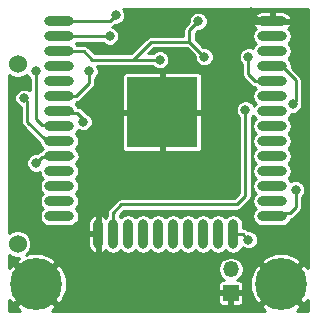
<source format=gbr>
G04 #@! TF.GenerationSoftware,KiCad,Pcbnew,no-vcs-found-33e0758~58~ubuntu16.04.1*
G04 #@! TF.CreationDate,2018-03-21T11:11:48+01:00*
G04 #@! TF.ProjectId,dropbuzzer,64726F7062757A7A65722E6B69636164,rev?*
G04 #@! TF.FileFunction,Copper,L1,Top,Signal*
G04 #@! TF.FilePolarity,Positive*
%FSLAX46Y46*%
G04 Gerber Fmt 4.6, Leading zero omitted, Abs format (unit mm)*
G04 Created by KiCad (PCBNEW no-vcs-found-33e0758~58~ubuntu16.04.1) date Wed Mar 21 11:11:48 2018*
%MOMM*%
%LPD*%
G01*
G04 APERTURE LIST*
%ADD10C,0.100000*%
%ADD11C,4.400000*%
%ADD12C,1.524000*%
%ADD13O,2.500000X0.900000*%
%ADD14O,0.900000X2.500000*%
%ADD15R,6.000000X6.000000*%
%ADD16R,1.350000X1.350000*%
%ADD17O,1.350000X1.350000*%
%ADD18C,0.800000*%
%ADD19C,0.250000*%
%ADD20C,0.254000*%
G04 APERTURE END LIST*
D10*
D11*
X103000000Y-76500000D03*
D12*
X101450000Y-73100000D03*
X101450000Y-57900000D03*
D11*
X123750000Y-76500000D03*
D13*
X123000000Y-54250000D03*
X123000000Y-55520000D03*
X123000000Y-56790000D03*
X123000000Y-58060000D03*
X123000000Y-59330000D03*
X123000000Y-60600000D03*
X123000000Y-61870000D03*
X123000000Y-63140000D03*
X123000000Y-64410000D03*
X123000000Y-65680000D03*
X123000000Y-66950000D03*
X123000000Y-68220000D03*
X123000000Y-69490000D03*
X123000000Y-70760000D03*
D14*
X119715000Y-72250000D03*
X118445000Y-72250000D03*
X117175000Y-72250000D03*
X115905000Y-72250000D03*
X114635000Y-72250000D03*
X113365000Y-72250000D03*
X112095000Y-72250000D03*
X110825000Y-72250000D03*
X109555000Y-72250000D03*
X108285000Y-72250000D03*
D13*
X105000000Y-70760000D03*
X105000000Y-69490000D03*
X105000000Y-68220000D03*
X105000000Y-66950000D03*
X105000000Y-65680000D03*
X105000000Y-64410000D03*
X105000000Y-63140000D03*
X105000000Y-61870000D03*
X105000000Y-60600000D03*
X105000000Y-59330000D03*
X105000000Y-58060000D03*
X105000000Y-56790000D03*
X105000000Y-55520000D03*
X105000000Y-54250000D03*
D15*
X113700000Y-61950000D03*
D16*
X119500000Y-77250000D03*
D17*
X119500000Y-75250000D03*
D18*
X108500000Y-70000000D03*
X121250000Y-53500000D03*
X116750000Y-54250000D03*
X113500000Y-57500000D03*
X117250000Y-57250000D03*
X109250000Y-55500000D03*
X124750000Y-61250000D03*
X121000000Y-57250000D03*
X125000000Y-68500000D03*
X120750000Y-61750000D03*
X109750000Y-53750000D03*
X107500000Y-58500000D03*
X107000000Y-62750000D03*
X103000000Y-58500000D03*
X102000000Y-60750000D03*
X103000000Y-66250000D03*
X121000000Y-72750000D03*
D19*
X108285000Y-72250000D02*
X108285000Y-70215000D01*
X108285000Y-70215000D02*
X108500000Y-70000000D01*
X123000000Y-54250000D02*
X122000000Y-54250000D01*
X122000000Y-54250000D02*
X121250000Y-53500000D01*
X123000000Y-54500000D02*
X123000000Y-54250000D01*
X116000000Y-55000000D02*
X116000000Y-56000000D01*
X116750000Y-54250000D02*
X116000000Y-55000000D01*
X116000000Y-56000000D02*
X115250000Y-56000000D01*
X115250000Y-56000000D02*
X114250000Y-56000000D01*
X114250000Y-56000000D02*
X112750000Y-56000000D01*
X113500000Y-57500000D02*
X111250000Y-57500000D01*
X111250000Y-57500000D02*
X107750000Y-57500000D01*
X112750000Y-56000000D02*
X111250000Y-57500000D01*
X107750000Y-57500000D02*
X107040000Y-56790000D01*
X107040000Y-56790000D02*
X105000000Y-56790000D01*
X117250000Y-57250000D02*
X116000000Y-56000000D01*
X105500000Y-56750000D02*
X105000000Y-56790000D01*
X105000000Y-55520000D02*
X109230000Y-55520000D01*
X109230000Y-55520000D02*
X109250000Y-55500000D01*
X106000000Y-55500000D02*
X105000000Y-55520000D01*
X105500000Y-55500000D02*
X105000000Y-55520000D01*
X123000000Y-58060000D02*
X123810000Y-58060000D01*
X123810000Y-58060000D02*
X125000000Y-59250000D01*
X125000000Y-61000000D02*
X125000000Y-59250000D01*
X124750000Y-61250000D02*
X125000000Y-61000000D01*
X123000000Y-58060000D02*
X123940000Y-58060000D01*
X123750000Y-58000000D02*
X123500000Y-58250000D01*
X123500000Y-58250000D02*
X123000000Y-58060000D01*
X123750000Y-58000000D02*
X123000000Y-58060000D01*
X123000000Y-59330000D02*
X121580000Y-59330000D01*
X121000000Y-58750000D02*
X121000000Y-57250000D01*
X121580000Y-59330000D02*
X121000000Y-58750000D01*
X123000000Y-59330000D02*
X124080000Y-59330000D01*
X123250000Y-59500000D02*
X123000000Y-59330000D01*
X125000000Y-70000000D02*
X124500000Y-70500000D01*
X125000000Y-68500000D02*
X125000000Y-70000000D01*
X124500000Y-70500000D02*
X123500000Y-70500000D01*
X123500000Y-70500000D02*
X123250000Y-70750000D01*
X123250000Y-70750000D02*
X123000000Y-70760000D01*
X109555000Y-72250000D02*
X109555000Y-70445000D01*
X109555000Y-70445000D02*
X110250000Y-69750000D01*
X110250000Y-69750000D02*
X120000000Y-69750000D01*
X120750000Y-69000000D02*
X120750000Y-61750000D01*
X120000000Y-69750000D02*
X120750000Y-69000000D01*
X105000000Y-54250000D02*
X109250000Y-54250000D01*
X109250000Y-54250000D02*
X109750000Y-53750000D01*
X105250000Y-54000000D02*
X105000000Y-54250000D01*
X105000000Y-60600000D02*
X106400000Y-60600000D01*
X107500000Y-59500000D02*
X107500000Y-58500000D01*
X106400000Y-60600000D02*
X107500000Y-59500000D01*
X105500000Y-60750000D02*
X105000000Y-60600000D01*
X106500000Y-62000000D02*
X105500000Y-62000000D01*
X105500000Y-62000000D02*
X105000000Y-61870000D01*
X105000000Y-61870000D02*
X105000000Y-62000000D01*
X104750000Y-61750000D02*
X105000000Y-61870000D01*
X107000000Y-62750000D02*
X107000000Y-62500000D01*
X107000000Y-62500000D02*
X106500000Y-62000000D01*
X103000000Y-62500000D02*
X103500000Y-63000000D01*
X103500000Y-63000000D02*
X105000000Y-63000000D01*
X105000000Y-63000000D02*
X105250000Y-63250000D01*
X105250000Y-63250000D02*
X105000000Y-63140000D01*
X105500000Y-63000000D02*
X105000000Y-63140000D01*
X103000000Y-58500000D02*
X103000000Y-62500000D01*
X103750000Y-64250000D02*
X104500000Y-64250000D01*
X102250000Y-62750000D02*
X103750000Y-64250000D01*
X102250000Y-61000000D02*
X102250000Y-62750000D01*
X102000000Y-60750000D02*
X102250000Y-61000000D01*
X104500000Y-64250000D02*
X105000000Y-64410000D01*
X104750000Y-64500000D02*
X105000000Y-64410000D01*
X104750000Y-64250000D02*
X105000000Y-64410000D01*
X103500000Y-65750000D02*
X104500000Y-65750000D01*
X103000000Y-66250000D02*
X103500000Y-65750000D01*
X104500000Y-65750000D02*
X105000000Y-65680000D01*
X105000000Y-65680000D02*
X106180000Y-65680000D01*
X105500000Y-65750000D02*
X105000000Y-65680000D01*
X120500000Y-72250000D02*
X121000000Y-72750000D01*
X119715000Y-72250000D02*
X120500000Y-72250000D01*
D20*
G36*
X126018000Y-75151710D02*
X125972620Y-75042153D01*
X125645164Y-74784441D01*
X123929605Y-76500000D01*
X125645164Y-78215559D01*
X125972620Y-77957847D01*
X126018000Y-77845592D01*
X126018000Y-78768000D01*
X125098290Y-78768000D01*
X125207847Y-78722620D01*
X125465559Y-78395164D01*
X123750000Y-76679605D01*
X122034441Y-78395164D01*
X122292153Y-78722620D01*
X122404408Y-78768000D01*
X104348290Y-78768000D01*
X104457847Y-78722620D01*
X104715559Y-78395164D01*
X103000000Y-76679605D01*
X101284441Y-78395164D01*
X101542153Y-78722620D01*
X101654408Y-78768000D01*
X100732000Y-78768000D01*
X100732000Y-77848290D01*
X100777380Y-77957847D01*
X101104836Y-78215559D01*
X102820395Y-76500000D01*
X103179605Y-76500000D01*
X104895164Y-78215559D01*
X105222620Y-77957847D01*
X105416298Y-77478750D01*
X118418000Y-77478750D01*
X118418000Y-78005958D01*
X118479962Y-78155547D01*
X118594453Y-78270038D01*
X118744043Y-78332000D01*
X119271250Y-78332000D01*
X119373000Y-78230250D01*
X119373000Y-77377000D01*
X119627000Y-77377000D01*
X119627000Y-78230250D01*
X119728750Y-78332000D01*
X120255957Y-78332000D01*
X120405547Y-78270038D01*
X120520038Y-78155547D01*
X120582000Y-78005958D01*
X120582000Y-77478750D01*
X120480250Y-77377000D01*
X119627000Y-77377000D01*
X119373000Y-77377000D01*
X118519750Y-77377000D01*
X118418000Y-77478750D01*
X105416298Y-77478750D01*
X105611327Y-76996315D01*
X105602483Y-75959224D01*
X105308713Y-75250000D01*
X118396802Y-75250000D01*
X118479164Y-75664063D01*
X118713712Y-76015090D01*
X118942559Y-76168000D01*
X118744043Y-76168000D01*
X118594453Y-76229962D01*
X118479962Y-76344453D01*
X118418000Y-76494042D01*
X118418000Y-77021250D01*
X118519750Y-77123000D01*
X119373000Y-77123000D01*
X119373000Y-77103000D01*
X119627000Y-77103000D01*
X119627000Y-77123000D01*
X120480250Y-77123000D01*
X120582000Y-77021250D01*
X120582000Y-76494042D01*
X120520038Y-76344453D01*
X120405547Y-76229962D01*
X120255957Y-76168000D01*
X120057441Y-76168000D01*
X120286288Y-76015090D01*
X120293908Y-76003685D01*
X121138673Y-76003685D01*
X121147517Y-77040776D01*
X121527380Y-77957847D01*
X121854836Y-78215559D01*
X123570395Y-76500000D01*
X121854836Y-74784441D01*
X121527380Y-75042153D01*
X121138673Y-76003685D01*
X120293908Y-76003685D01*
X120520836Y-75664063D01*
X120603198Y-75250000D01*
X120520836Y-74835937D01*
X120366420Y-74604836D01*
X122034441Y-74604836D01*
X123750000Y-76320395D01*
X125465559Y-74604836D01*
X125207847Y-74277380D01*
X124246315Y-73888673D01*
X123209224Y-73897517D01*
X122292153Y-74277380D01*
X122034441Y-74604836D01*
X120366420Y-74604836D01*
X120286288Y-74484910D01*
X119935261Y-74250362D01*
X119521198Y-74168000D01*
X119478802Y-74168000D01*
X119064739Y-74250362D01*
X118713712Y-74484910D01*
X118479164Y-74835937D01*
X118396802Y-75250000D01*
X105308713Y-75250000D01*
X105222620Y-75042153D01*
X104895164Y-74784441D01*
X103179605Y-76500000D01*
X102820395Y-76500000D01*
X101104836Y-74784441D01*
X100777380Y-75042153D01*
X100732000Y-75154408D01*
X100732000Y-74035406D01*
X100786950Y-74090452D01*
X101216451Y-74268797D01*
X101562147Y-74269098D01*
X101542153Y-74277380D01*
X101284441Y-74604836D01*
X103000000Y-76320395D01*
X104715559Y-74604836D01*
X104457847Y-74277380D01*
X103496315Y-73888673D01*
X102459224Y-73897517D01*
X102196904Y-74006174D01*
X102440452Y-73763050D01*
X102618797Y-73333549D01*
X102619202Y-72868492D01*
X102441608Y-72438680D01*
X102380036Y-72377000D01*
X107428000Y-72377000D01*
X107428000Y-73177000D01*
X107541836Y-73495292D01*
X107768812Y-73745793D01*
X108026979Y-73867236D01*
X108158000Y-73794496D01*
X108158000Y-72377000D01*
X107428000Y-72377000D01*
X102380036Y-72377000D01*
X102113050Y-72109548D01*
X101683549Y-71931203D01*
X101218492Y-71930798D01*
X100788680Y-72108392D01*
X100732000Y-72164973D01*
X100732000Y-58835406D01*
X100786950Y-58890452D01*
X101216451Y-59068797D01*
X101681508Y-59069202D01*
X102111320Y-58891608D01*
X102236854Y-58766292D01*
X102315460Y-58956532D01*
X102468000Y-59109338D01*
X102468000Y-60076550D01*
X102457726Y-60066258D01*
X102161226Y-59943140D01*
X101840182Y-59942860D01*
X101543468Y-60065460D01*
X101316258Y-60292274D01*
X101193140Y-60588774D01*
X101192860Y-60909818D01*
X101315460Y-61206532D01*
X101542274Y-61433742D01*
X101718000Y-61506710D01*
X101718000Y-62750000D01*
X101758496Y-62953588D01*
X101820519Y-63046412D01*
X101873819Y-63126181D01*
X103348502Y-64600864D01*
X103375772Y-64737960D01*
X103561546Y-65015991D01*
X103604961Y-65045000D01*
X103561546Y-65074009D01*
X103460021Y-65225952D01*
X103296412Y-65258496D01*
X103123819Y-65373819D01*
X103054591Y-65443047D01*
X102840182Y-65442860D01*
X102543468Y-65565460D01*
X102316258Y-65792274D01*
X102193140Y-66088774D01*
X102192860Y-66409818D01*
X102315460Y-66706532D01*
X102542274Y-66933742D01*
X102838774Y-67056860D01*
X103159818Y-67057140D01*
X103318783Y-66991457D01*
X103375772Y-67277960D01*
X103561546Y-67555991D01*
X103604961Y-67585000D01*
X103561546Y-67614009D01*
X103375772Y-67892040D01*
X103310537Y-68220000D01*
X103375772Y-68547960D01*
X103561546Y-68825991D01*
X103604961Y-68855000D01*
X103561546Y-68884009D01*
X103375772Y-69162040D01*
X103310537Y-69490000D01*
X103375772Y-69817960D01*
X103561546Y-70095991D01*
X103604961Y-70125000D01*
X103561546Y-70154009D01*
X103375772Y-70432040D01*
X103310537Y-70760000D01*
X103375772Y-71087960D01*
X103561546Y-71365991D01*
X103839577Y-71551765D01*
X104167537Y-71617000D01*
X105832463Y-71617000D01*
X106160423Y-71551765D01*
X106438454Y-71365991D01*
X106467179Y-71323000D01*
X107428000Y-71323000D01*
X107428000Y-72123000D01*
X108158000Y-72123000D01*
X108158000Y-70705504D01*
X108412000Y-70705504D01*
X108412000Y-72123000D01*
X108432000Y-72123000D01*
X108432000Y-72377000D01*
X108412000Y-72377000D01*
X108412000Y-73794496D01*
X108543021Y-73867236D01*
X108801188Y-73745793D01*
X108908320Y-73627558D01*
X108949009Y-73688454D01*
X109227040Y-73874228D01*
X109555000Y-73939463D01*
X109882960Y-73874228D01*
X110160991Y-73688454D01*
X110190000Y-73645039D01*
X110219009Y-73688454D01*
X110497040Y-73874228D01*
X110825000Y-73939463D01*
X111152960Y-73874228D01*
X111430991Y-73688454D01*
X111460000Y-73645039D01*
X111489009Y-73688454D01*
X111767040Y-73874228D01*
X112095000Y-73939463D01*
X112422960Y-73874228D01*
X112700991Y-73688454D01*
X112730000Y-73645039D01*
X112759009Y-73688454D01*
X113037040Y-73874228D01*
X113365000Y-73939463D01*
X113692960Y-73874228D01*
X113970991Y-73688454D01*
X114000000Y-73645039D01*
X114029009Y-73688454D01*
X114307040Y-73874228D01*
X114635000Y-73939463D01*
X114962960Y-73874228D01*
X115240991Y-73688454D01*
X115270000Y-73645039D01*
X115299009Y-73688454D01*
X115577040Y-73874228D01*
X115905000Y-73939463D01*
X116232960Y-73874228D01*
X116510991Y-73688454D01*
X116540000Y-73645039D01*
X116569009Y-73688454D01*
X116847040Y-73874228D01*
X117175000Y-73939463D01*
X117502960Y-73874228D01*
X117780991Y-73688454D01*
X117810000Y-73645039D01*
X117839009Y-73688454D01*
X118117040Y-73874228D01*
X118445000Y-73939463D01*
X118772960Y-73874228D01*
X119050991Y-73688454D01*
X119080000Y-73645039D01*
X119109009Y-73688454D01*
X119387040Y-73874228D01*
X119715000Y-73939463D01*
X120042960Y-73874228D01*
X120320991Y-73688454D01*
X120506765Y-73410423D01*
X120508797Y-73400207D01*
X120542274Y-73433742D01*
X120838774Y-73556860D01*
X121159818Y-73557140D01*
X121456532Y-73434540D01*
X121683742Y-73207726D01*
X121806860Y-72911226D01*
X121807140Y-72590182D01*
X121684540Y-72293468D01*
X121457726Y-72066258D01*
X121161226Y-71943140D01*
X120945314Y-71942952D01*
X120876181Y-71873819D01*
X120703588Y-71758496D01*
X120572000Y-71732322D01*
X120572000Y-71417537D01*
X120506765Y-71089577D01*
X120320991Y-70811546D01*
X120042960Y-70625772D01*
X119715000Y-70560537D01*
X119387040Y-70625772D01*
X119109009Y-70811546D01*
X119080000Y-70854961D01*
X119050991Y-70811546D01*
X118772960Y-70625772D01*
X118445000Y-70560537D01*
X118117040Y-70625772D01*
X117839009Y-70811546D01*
X117810000Y-70854961D01*
X117780991Y-70811546D01*
X117502960Y-70625772D01*
X117175000Y-70560537D01*
X116847040Y-70625772D01*
X116569009Y-70811546D01*
X116540000Y-70854961D01*
X116510991Y-70811546D01*
X116232960Y-70625772D01*
X115905000Y-70560537D01*
X115577040Y-70625772D01*
X115299009Y-70811546D01*
X115270000Y-70854961D01*
X115240991Y-70811546D01*
X114962960Y-70625772D01*
X114635000Y-70560537D01*
X114307040Y-70625772D01*
X114029009Y-70811546D01*
X114000000Y-70854961D01*
X113970991Y-70811546D01*
X113692960Y-70625772D01*
X113365000Y-70560537D01*
X113037040Y-70625772D01*
X112759009Y-70811546D01*
X112730000Y-70854961D01*
X112700991Y-70811546D01*
X112422960Y-70625772D01*
X112095000Y-70560537D01*
X111767040Y-70625772D01*
X111489009Y-70811546D01*
X111460000Y-70854961D01*
X111430991Y-70811546D01*
X111152960Y-70625772D01*
X110825000Y-70560537D01*
X110497040Y-70625772D01*
X110219009Y-70811546D01*
X110190000Y-70854961D01*
X110160991Y-70811546D01*
X110087000Y-70762107D01*
X110087000Y-70665362D01*
X110470362Y-70282000D01*
X120000000Y-70282000D01*
X120203588Y-70241504D01*
X120376181Y-70126181D01*
X121126181Y-69376181D01*
X121127759Y-69373819D01*
X121241504Y-69203588D01*
X121282000Y-69000000D01*
X121282000Y-62359204D01*
X121402882Y-62238533D01*
X121561546Y-62475991D01*
X121604961Y-62505000D01*
X121561546Y-62534009D01*
X121375772Y-62812040D01*
X121310537Y-63140000D01*
X121375772Y-63467960D01*
X121561546Y-63745991D01*
X121604961Y-63775000D01*
X121561546Y-63804009D01*
X121375772Y-64082040D01*
X121310537Y-64410000D01*
X121375772Y-64737960D01*
X121561546Y-65015991D01*
X121604961Y-65045000D01*
X121561546Y-65074009D01*
X121375772Y-65352040D01*
X121310537Y-65680000D01*
X121375772Y-66007960D01*
X121561546Y-66285991D01*
X121604961Y-66315000D01*
X121561546Y-66344009D01*
X121375772Y-66622040D01*
X121310537Y-66950000D01*
X121375772Y-67277960D01*
X121561546Y-67555991D01*
X121604961Y-67585000D01*
X121561546Y-67614009D01*
X121375772Y-67892040D01*
X121310537Y-68220000D01*
X121375772Y-68547960D01*
X121561546Y-68825991D01*
X121604961Y-68855000D01*
X121561546Y-68884009D01*
X121375772Y-69162040D01*
X121310537Y-69490000D01*
X121375772Y-69817960D01*
X121561546Y-70095991D01*
X121604961Y-70125000D01*
X121561546Y-70154009D01*
X121375772Y-70432040D01*
X121310537Y-70760000D01*
X121375772Y-71087960D01*
X121561546Y-71365991D01*
X121839577Y-71551765D01*
X122167537Y-71617000D01*
X123832463Y-71617000D01*
X124160423Y-71551765D01*
X124438454Y-71365991D01*
X124624228Y-71087960D01*
X124640935Y-71003966D01*
X124703588Y-70991504D01*
X124876181Y-70876181D01*
X125376181Y-70376181D01*
X125429481Y-70296412D01*
X125491504Y-70203588D01*
X125532000Y-70000000D01*
X125532000Y-69109204D01*
X125683742Y-68957726D01*
X125806860Y-68661226D01*
X125807140Y-68340182D01*
X125684540Y-68043468D01*
X125457726Y-67816258D01*
X125161226Y-67693140D01*
X124840182Y-67692860D01*
X124566657Y-67805879D01*
X124438454Y-67614009D01*
X124395039Y-67585000D01*
X124438454Y-67555991D01*
X124624228Y-67277960D01*
X124689463Y-66950000D01*
X124624228Y-66622040D01*
X124438454Y-66344009D01*
X124395039Y-66315000D01*
X124438454Y-66285991D01*
X124624228Y-66007960D01*
X124689463Y-65680000D01*
X124624228Y-65352040D01*
X124438454Y-65074009D01*
X124395039Y-65045000D01*
X124438454Y-65015991D01*
X124624228Y-64737960D01*
X124689463Y-64410000D01*
X124624228Y-64082040D01*
X124438454Y-63804009D01*
X124395039Y-63775000D01*
X124438454Y-63745991D01*
X124624228Y-63467960D01*
X124689463Y-63140000D01*
X124624228Y-62812040D01*
X124438454Y-62534009D01*
X124395039Y-62505000D01*
X124438454Y-62475991D01*
X124624228Y-62197960D01*
X124652283Y-62056915D01*
X124909818Y-62057140D01*
X125206532Y-61934540D01*
X125433742Y-61707726D01*
X125556860Y-61411226D01*
X125557140Y-61090182D01*
X125528061Y-61019805D01*
X125532000Y-61000000D01*
X125532000Y-59250000D01*
X125491504Y-59046412D01*
X125376181Y-58873819D01*
X124668376Y-58166014D01*
X124689463Y-58060000D01*
X124624228Y-57732040D01*
X124438454Y-57454009D01*
X124395039Y-57425000D01*
X124438454Y-57395991D01*
X124624228Y-57117960D01*
X124689463Y-56790000D01*
X124624228Y-56462040D01*
X124438454Y-56184009D01*
X124395039Y-56155000D01*
X124438454Y-56125991D01*
X124624228Y-55847960D01*
X124689463Y-55520000D01*
X124624228Y-55192040D01*
X124438454Y-54914009D01*
X124377558Y-54873320D01*
X124495793Y-54766188D01*
X124617236Y-54508021D01*
X124544496Y-54377000D01*
X123127000Y-54377000D01*
X123127000Y-54397000D01*
X122873000Y-54397000D01*
X122873000Y-54377000D01*
X121455504Y-54377000D01*
X121382764Y-54508021D01*
X121504207Y-54766188D01*
X121622442Y-54873320D01*
X121561546Y-54914009D01*
X121375772Y-55192040D01*
X121310537Y-55520000D01*
X121375772Y-55847960D01*
X121561546Y-56125991D01*
X121604961Y-56155000D01*
X121561546Y-56184009D01*
X121375772Y-56462040D01*
X121362876Y-56526873D01*
X121161226Y-56443140D01*
X120840182Y-56442860D01*
X120543468Y-56565460D01*
X120316258Y-56792274D01*
X120193140Y-57088774D01*
X120192860Y-57409818D01*
X120315460Y-57706532D01*
X120468000Y-57859338D01*
X120468000Y-58750000D01*
X120508496Y-58953588D01*
X120585476Y-59068797D01*
X120623819Y-59126181D01*
X121203819Y-59706181D01*
X121376412Y-59821504D01*
X121501700Y-59846425D01*
X121561546Y-59935991D01*
X121604961Y-59965000D01*
X121561546Y-59994009D01*
X121375772Y-60272040D01*
X121310537Y-60600000D01*
X121375772Y-60927960D01*
X121561546Y-61205991D01*
X121604961Y-61235000D01*
X121561546Y-61264009D01*
X121475548Y-61392714D01*
X121434540Y-61293468D01*
X121207726Y-61066258D01*
X120911226Y-60943140D01*
X120590182Y-60942860D01*
X120293468Y-61065460D01*
X120066258Y-61292274D01*
X119943140Y-61588774D01*
X119942860Y-61909818D01*
X120065460Y-62206532D01*
X120218000Y-62359338D01*
X120218000Y-68779638D01*
X119779638Y-69218000D01*
X110250000Y-69218000D01*
X110046412Y-69258496D01*
X109873819Y-69373819D01*
X109178819Y-70068819D01*
X109063496Y-70241412D01*
X109023000Y-70445000D01*
X109023000Y-70762107D01*
X108949009Y-70811546D01*
X108908320Y-70872442D01*
X108801188Y-70754207D01*
X108543021Y-70632764D01*
X108412000Y-70705504D01*
X108158000Y-70705504D01*
X108026979Y-70632764D01*
X107768812Y-70754207D01*
X107541836Y-71004708D01*
X107428000Y-71323000D01*
X106467179Y-71323000D01*
X106624228Y-71087960D01*
X106689463Y-70760000D01*
X106624228Y-70432040D01*
X106438454Y-70154009D01*
X106395039Y-70125000D01*
X106438454Y-70095991D01*
X106624228Y-69817960D01*
X106689463Y-69490000D01*
X106624228Y-69162040D01*
X106438454Y-68884009D01*
X106395039Y-68855000D01*
X106438454Y-68825991D01*
X106624228Y-68547960D01*
X106689463Y-68220000D01*
X106624228Y-67892040D01*
X106438454Y-67614009D01*
X106395039Y-67585000D01*
X106438454Y-67555991D01*
X106624228Y-67277960D01*
X106689463Y-66950000D01*
X106624228Y-66622040D01*
X106438454Y-66344009D01*
X106395039Y-66315000D01*
X106438454Y-66285991D01*
X106624228Y-66007960D01*
X106639414Y-65931614D01*
X106671504Y-65883588D01*
X106712000Y-65680000D01*
X106671504Y-65476412D01*
X106639414Y-65428386D01*
X106624228Y-65352040D01*
X106438454Y-65074009D01*
X106395039Y-65045000D01*
X106438454Y-65015991D01*
X106624228Y-64737960D01*
X106689463Y-64410000D01*
X106624228Y-64082040D01*
X106438454Y-63804009D01*
X106395039Y-63775000D01*
X106438454Y-63745991D01*
X106624228Y-63467960D01*
X106624262Y-63467787D01*
X106838774Y-63556860D01*
X107159818Y-63557140D01*
X107456532Y-63434540D01*
X107683742Y-63207726D01*
X107806860Y-62911226D01*
X107807140Y-62590182D01*
X107684540Y-62293468D01*
X107570022Y-62178750D01*
X110293000Y-62178750D01*
X110293000Y-65030958D01*
X110354962Y-65180547D01*
X110469453Y-65295038D01*
X110619043Y-65357000D01*
X113471250Y-65357000D01*
X113573000Y-65255250D01*
X113573000Y-62077000D01*
X113827000Y-62077000D01*
X113827000Y-65255250D01*
X113928750Y-65357000D01*
X116780957Y-65357000D01*
X116930547Y-65295038D01*
X117045038Y-65180547D01*
X117107000Y-65030958D01*
X117107000Y-62178750D01*
X117005250Y-62077000D01*
X113827000Y-62077000D01*
X113573000Y-62077000D01*
X110394750Y-62077000D01*
X110293000Y-62178750D01*
X107570022Y-62178750D01*
X107457726Y-62066258D01*
X107219841Y-61967479D01*
X106876181Y-61623819D01*
X106703588Y-61508496D01*
X106586215Y-61485149D01*
X106438454Y-61264009D01*
X106395039Y-61235000D01*
X106438454Y-61205991D01*
X106501365Y-61111837D01*
X106603588Y-61091504D01*
X106776181Y-60976181D01*
X107876181Y-59876181D01*
X107927652Y-59799149D01*
X107991504Y-59703588D01*
X108032000Y-59500000D01*
X108032000Y-59109204D01*
X108183742Y-58957726D01*
X108220566Y-58869042D01*
X110293000Y-58869042D01*
X110293000Y-61721250D01*
X110394750Y-61823000D01*
X113573000Y-61823000D01*
X113573000Y-58644750D01*
X113827000Y-58644750D01*
X113827000Y-61823000D01*
X117005250Y-61823000D01*
X117107000Y-61721250D01*
X117107000Y-58869042D01*
X117045038Y-58719453D01*
X116930547Y-58604962D01*
X116780957Y-58543000D01*
X113928750Y-58543000D01*
X113827000Y-58644750D01*
X113573000Y-58644750D01*
X113471250Y-58543000D01*
X110619043Y-58543000D01*
X110469453Y-58604962D01*
X110354962Y-58719453D01*
X110293000Y-58869042D01*
X108220566Y-58869042D01*
X108306860Y-58661226D01*
X108307140Y-58340182D01*
X108184540Y-58043468D01*
X108173092Y-58032000D01*
X112890796Y-58032000D01*
X113042274Y-58183742D01*
X113338774Y-58306860D01*
X113659818Y-58307140D01*
X113956532Y-58184540D01*
X114183742Y-57957726D01*
X114306860Y-57661226D01*
X114307140Y-57340182D01*
X114184540Y-57043468D01*
X113957726Y-56816258D01*
X113661226Y-56693140D01*
X113340182Y-56692860D01*
X113043468Y-56815460D01*
X112890662Y-56968000D01*
X112534362Y-56968000D01*
X112970362Y-56532000D01*
X115779638Y-56532000D01*
X116443047Y-57195409D01*
X116442860Y-57409818D01*
X116565460Y-57706532D01*
X116792274Y-57933742D01*
X117088774Y-58056860D01*
X117409818Y-58057140D01*
X117706532Y-57934540D01*
X117933742Y-57707726D01*
X118056860Y-57411226D01*
X118057140Y-57090182D01*
X117934540Y-56793468D01*
X117707726Y-56566258D01*
X117411226Y-56443140D01*
X117195314Y-56442952D01*
X116532000Y-55779638D01*
X116532000Y-55220362D01*
X116695409Y-55056953D01*
X116909818Y-55057140D01*
X117206532Y-54934540D01*
X117433742Y-54707726D01*
X117556860Y-54411226D01*
X117557140Y-54090182D01*
X117516564Y-53991979D01*
X121382764Y-53991979D01*
X121455504Y-54123000D01*
X122873000Y-54123000D01*
X122873000Y-53393000D01*
X123127000Y-53393000D01*
X123127000Y-54123000D01*
X124544496Y-54123000D01*
X124617236Y-53991979D01*
X124495793Y-53733812D01*
X124245292Y-53506836D01*
X123927000Y-53393000D01*
X123127000Y-53393000D01*
X122873000Y-53393000D01*
X122073000Y-53393000D01*
X121754708Y-53506836D01*
X121504207Y-53733812D01*
X121382764Y-53991979D01*
X117516564Y-53991979D01*
X117434540Y-53793468D01*
X117207726Y-53566258D01*
X116911226Y-53443140D01*
X116590182Y-53442860D01*
X116293468Y-53565460D01*
X116066258Y-53792274D01*
X115943140Y-54088774D01*
X115942952Y-54304686D01*
X115623819Y-54623819D01*
X115508496Y-54796412D01*
X115468000Y-55000000D01*
X115468000Y-55468000D01*
X112750000Y-55468000D01*
X112546412Y-55508496D01*
X112373819Y-55623819D01*
X111029638Y-56968000D01*
X107970362Y-56968000D01*
X107416181Y-56413819D01*
X107361077Y-56377000D01*
X107243588Y-56298496D01*
X107040000Y-56258000D01*
X106487893Y-56258000D01*
X106438454Y-56184009D01*
X106395039Y-56155000D01*
X106438454Y-56125991D01*
X106487893Y-56052000D01*
X108660762Y-56052000D01*
X108792274Y-56183742D01*
X109088774Y-56306860D01*
X109409818Y-56307140D01*
X109706532Y-56184540D01*
X109933742Y-55957726D01*
X110056860Y-55661226D01*
X110057140Y-55340182D01*
X109934540Y-55043468D01*
X109707726Y-54816258D01*
X109481992Y-54722525D01*
X109626181Y-54626181D01*
X109695409Y-54556953D01*
X109909818Y-54557140D01*
X110206532Y-54434540D01*
X110433742Y-54207726D01*
X110556860Y-53911226D01*
X110557140Y-53590182D01*
X110434540Y-53293468D01*
X110373179Y-53232000D01*
X126018000Y-53232000D01*
X126018000Y-75151710D01*
X126018000Y-75151710D01*
G37*
X126018000Y-75151710D02*
X125972620Y-75042153D01*
X125645164Y-74784441D01*
X123929605Y-76500000D01*
X125645164Y-78215559D01*
X125972620Y-77957847D01*
X126018000Y-77845592D01*
X126018000Y-78768000D01*
X125098290Y-78768000D01*
X125207847Y-78722620D01*
X125465559Y-78395164D01*
X123750000Y-76679605D01*
X122034441Y-78395164D01*
X122292153Y-78722620D01*
X122404408Y-78768000D01*
X104348290Y-78768000D01*
X104457847Y-78722620D01*
X104715559Y-78395164D01*
X103000000Y-76679605D01*
X101284441Y-78395164D01*
X101542153Y-78722620D01*
X101654408Y-78768000D01*
X100732000Y-78768000D01*
X100732000Y-77848290D01*
X100777380Y-77957847D01*
X101104836Y-78215559D01*
X102820395Y-76500000D01*
X103179605Y-76500000D01*
X104895164Y-78215559D01*
X105222620Y-77957847D01*
X105416298Y-77478750D01*
X118418000Y-77478750D01*
X118418000Y-78005958D01*
X118479962Y-78155547D01*
X118594453Y-78270038D01*
X118744043Y-78332000D01*
X119271250Y-78332000D01*
X119373000Y-78230250D01*
X119373000Y-77377000D01*
X119627000Y-77377000D01*
X119627000Y-78230250D01*
X119728750Y-78332000D01*
X120255957Y-78332000D01*
X120405547Y-78270038D01*
X120520038Y-78155547D01*
X120582000Y-78005958D01*
X120582000Y-77478750D01*
X120480250Y-77377000D01*
X119627000Y-77377000D01*
X119373000Y-77377000D01*
X118519750Y-77377000D01*
X118418000Y-77478750D01*
X105416298Y-77478750D01*
X105611327Y-76996315D01*
X105602483Y-75959224D01*
X105308713Y-75250000D01*
X118396802Y-75250000D01*
X118479164Y-75664063D01*
X118713712Y-76015090D01*
X118942559Y-76168000D01*
X118744043Y-76168000D01*
X118594453Y-76229962D01*
X118479962Y-76344453D01*
X118418000Y-76494042D01*
X118418000Y-77021250D01*
X118519750Y-77123000D01*
X119373000Y-77123000D01*
X119373000Y-77103000D01*
X119627000Y-77103000D01*
X119627000Y-77123000D01*
X120480250Y-77123000D01*
X120582000Y-77021250D01*
X120582000Y-76494042D01*
X120520038Y-76344453D01*
X120405547Y-76229962D01*
X120255957Y-76168000D01*
X120057441Y-76168000D01*
X120286288Y-76015090D01*
X120293908Y-76003685D01*
X121138673Y-76003685D01*
X121147517Y-77040776D01*
X121527380Y-77957847D01*
X121854836Y-78215559D01*
X123570395Y-76500000D01*
X121854836Y-74784441D01*
X121527380Y-75042153D01*
X121138673Y-76003685D01*
X120293908Y-76003685D01*
X120520836Y-75664063D01*
X120603198Y-75250000D01*
X120520836Y-74835937D01*
X120366420Y-74604836D01*
X122034441Y-74604836D01*
X123750000Y-76320395D01*
X125465559Y-74604836D01*
X125207847Y-74277380D01*
X124246315Y-73888673D01*
X123209224Y-73897517D01*
X122292153Y-74277380D01*
X122034441Y-74604836D01*
X120366420Y-74604836D01*
X120286288Y-74484910D01*
X119935261Y-74250362D01*
X119521198Y-74168000D01*
X119478802Y-74168000D01*
X119064739Y-74250362D01*
X118713712Y-74484910D01*
X118479164Y-74835937D01*
X118396802Y-75250000D01*
X105308713Y-75250000D01*
X105222620Y-75042153D01*
X104895164Y-74784441D01*
X103179605Y-76500000D01*
X102820395Y-76500000D01*
X101104836Y-74784441D01*
X100777380Y-75042153D01*
X100732000Y-75154408D01*
X100732000Y-74035406D01*
X100786950Y-74090452D01*
X101216451Y-74268797D01*
X101562147Y-74269098D01*
X101542153Y-74277380D01*
X101284441Y-74604836D01*
X103000000Y-76320395D01*
X104715559Y-74604836D01*
X104457847Y-74277380D01*
X103496315Y-73888673D01*
X102459224Y-73897517D01*
X102196904Y-74006174D01*
X102440452Y-73763050D01*
X102618797Y-73333549D01*
X102619202Y-72868492D01*
X102441608Y-72438680D01*
X102380036Y-72377000D01*
X107428000Y-72377000D01*
X107428000Y-73177000D01*
X107541836Y-73495292D01*
X107768812Y-73745793D01*
X108026979Y-73867236D01*
X108158000Y-73794496D01*
X108158000Y-72377000D01*
X107428000Y-72377000D01*
X102380036Y-72377000D01*
X102113050Y-72109548D01*
X101683549Y-71931203D01*
X101218492Y-71930798D01*
X100788680Y-72108392D01*
X100732000Y-72164973D01*
X100732000Y-58835406D01*
X100786950Y-58890452D01*
X101216451Y-59068797D01*
X101681508Y-59069202D01*
X102111320Y-58891608D01*
X102236854Y-58766292D01*
X102315460Y-58956532D01*
X102468000Y-59109338D01*
X102468000Y-60076550D01*
X102457726Y-60066258D01*
X102161226Y-59943140D01*
X101840182Y-59942860D01*
X101543468Y-60065460D01*
X101316258Y-60292274D01*
X101193140Y-60588774D01*
X101192860Y-60909818D01*
X101315460Y-61206532D01*
X101542274Y-61433742D01*
X101718000Y-61506710D01*
X101718000Y-62750000D01*
X101758496Y-62953588D01*
X101820519Y-63046412D01*
X101873819Y-63126181D01*
X103348502Y-64600864D01*
X103375772Y-64737960D01*
X103561546Y-65015991D01*
X103604961Y-65045000D01*
X103561546Y-65074009D01*
X103460021Y-65225952D01*
X103296412Y-65258496D01*
X103123819Y-65373819D01*
X103054591Y-65443047D01*
X102840182Y-65442860D01*
X102543468Y-65565460D01*
X102316258Y-65792274D01*
X102193140Y-66088774D01*
X102192860Y-66409818D01*
X102315460Y-66706532D01*
X102542274Y-66933742D01*
X102838774Y-67056860D01*
X103159818Y-67057140D01*
X103318783Y-66991457D01*
X103375772Y-67277960D01*
X103561546Y-67555991D01*
X103604961Y-67585000D01*
X103561546Y-67614009D01*
X103375772Y-67892040D01*
X103310537Y-68220000D01*
X103375772Y-68547960D01*
X103561546Y-68825991D01*
X103604961Y-68855000D01*
X103561546Y-68884009D01*
X103375772Y-69162040D01*
X103310537Y-69490000D01*
X103375772Y-69817960D01*
X103561546Y-70095991D01*
X103604961Y-70125000D01*
X103561546Y-70154009D01*
X103375772Y-70432040D01*
X103310537Y-70760000D01*
X103375772Y-71087960D01*
X103561546Y-71365991D01*
X103839577Y-71551765D01*
X104167537Y-71617000D01*
X105832463Y-71617000D01*
X106160423Y-71551765D01*
X106438454Y-71365991D01*
X106467179Y-71323000D01*
X107428000Y-71323000D01*
X107428000Y-72123000D01*
X108158000Y-72123000D01*
X108158000Y-70705504D01*
X108412000Y-70705504D01*
X108412000Y-72123000D01*
X108432000Y-72123000D01*
X108432000Y-72377000D01*
X108412000Y-72377000D01*
X108412000Y-73794496D01*
X108543021Y-73867236D01*
X108801188Y-73745793D01*
X108908320Y-73627558D01*
X108949009Y-73688454D01*
X109227040Y-73874228D01*
X109555000Y-73939463D01*
X109882960Y-73874228D01*
X110160991Y-73688454D01*
X110190000Y-73645039D01*
X110219009Y-73688454D01*
X110497040Y-73874228D01*
X110825000Y-73939463D01*
X111152960Y-73874228D01*
X111430991Y-73688454D01*
X111460000Y-73645039D01*
X111489009Y-73688454D01*
X111767040Y-73874228D01*
X112095000Y-73939463D01*
X112422960Y-73874228D01*
X112700991Y-73688454D01*
X112730000Y-73645039D01*
X112759009Y-73688454D01*
X113037040Y-73874228D01*
X113365000Y-73939463D01*
X113692960Y-73874228D01*
X113970991Y-73688454D01*
X114000000Y-73645039D01*
X114029009Y-73688454D01*
X114307040Y-73874228D01*
X114635000Y-73939463D01*
X114962960Y-73874228D01*
X115240991Y-73688454D01*
X115270000Y-73645039D01*
X115299009Y-73688454D01*
X115577040Y-73874228D01*
X115905000Y-73939463D01*
X116232960Y-73874228D01*
X116510991Y-73688454D01*
X116540000Y-73645039D01*
X116569009Y-73688454D01*
X116847040Y-73874228D01*
X117175000Y-73939463D01*
X117502960Y-73874228D01*
X117780991Y-73688454D01*
X117810000Y-73645039D01*
X117839009Y-73688454D01*
X118117040Y-73874228D01*
X118445000Y-73939463D01*
X118772960Y-73874228D01*
X119050991Y-73688454D01*
X119080000Y-73645039D01*
X119109009Y-73688454D01*
X119387040Y-73874228D01*
X119715000Y-73939463D01*
X120042960Y-73874228D01*
X120320991Y-73688454D01*
X120506765Y-73410423D01*
X120508797Y-73400207D01*
X120542274Y-73433742D01*
X120838774Y-73556860D01*
X121159818Y-73557140D01*
X121456532Y-73434540D01*
X121683742Y-73207726D01*
X121806860Y-72911226D01*
X121807140Y-72590182D01*
X121684540Y-72293468D01*
X121457726Y-72066258D01*
X121161226Y-71943140D01*
X120945314Y-71942952D01*
X120876181Y-71873819D01*
X120703588Y-71758496D01*
X120572000Y-71732322D01*
X120572000Y-71417537D01*
X120506765Y-71089577D01*
X120320991Y-70811546D01*
X120042960Y-70625772D01*
X119715000Y-70560537D01*
X119387040Y-70625772D01*
X119109009Y-70811546D01*
X119080000Y-70854961D01*
X119050991Y-70811546D01*
X118772960Y-70625772D01*
X118445000Y-70560537D01*
X118117040Y-70625772D01*
X117839009Y-70811546D01*
X117810000Y-70854961D01*
X117780991Y-70811546D01*
X117502960Y-70625772D01*
X117175000Y-70560537D01*
X116847040Y-70625772D01*
X116569009Y-70811546D01*
X116540000Y-70854961D01*
X116510991Y-70811546D01*
X116232960Y-70625772D01*
X115905000Y-70560537D01*
X115577040Y-70625772D01*
X115299009Y-70811546D01*
X115270000Y-70854961D01*
X115240991Y-70811546D01*
X114962960Y-70625772D01*
X114635000Y-70560537D01*
X114307040Y-70625772D01*
X114029009Y-70811546D01*
X114000000Y-70854961D01*
X113970991Y-70811546D01*
X113692960Y-70625772D01*
X113365000Y-70560537D01*
X113037040Y-70625772D01*
X112759009Y-70811546D01*
X112730000Y-70854961D01*
X112700991Y-70811546D01*
X112422960Y-70625772D01*
X112095000Y-70560537D01*
X111767040Y-70625772D01*
X111489009Y-70811546D01*
X111460000Y-70854961D01*
X111430991Y-70811546D01*
X111152960Y-70625772D01*
X110825000Y-70560537D01*
X110497040Y-70625772D01*
X110219009Y-70811546D01*
X110190000Y-70854961D01*
X110160991Y-70811546D01*
X110087000Y-70762107D01*
X110087000Y-70665362D01*
X110470362Y-70282000D01*
X120000000Y-70282000D01*
X120203588Y-70241504D01*
X120376181Y-70126181D01*
X121126181Y-69376181D01*
X121127759Y-69373819D01*
X121241504Y-69203588D01*
X121282000Y-69000000D01*
X121282000Y-62359204D01*
X121402882Y-62238533D01*
X121561546Y-62475991D01*
X121604961Y-62505000D01*
X121561546Y-62534009D01*
X121375772Y-62812040D01*
X121310537Y-63140000D01*
X121375772Y-63467960D01*
X121561546Y-63745991D01*
X121604961Y-63775000D01*
X121561546Y-63804009D01*
X121375772Y-64082040D01*
X121310537Y-64410000D01*
X121375772Y-64737960D01*
X121561546Y-65015991D01*
X121604961Y-65045000D01*
X121561546Y-65074009D01*
X121375772Y-65352040D01*
X121310537Y-65680000D01*
X121375772Y-66007960D01*
X121561546Y-66285991D01*
X121604961Y-66315000D01*
X121561546Y-66344009D01*
X121375772Y-66622040D01*
X121310537Y-66950000D01*
X121375772Y-67277960D01*
X121561546Y-67555991D01*
X121604961Y-67585000D01*
X121561546Y-67614009D01*
X121375772Y-67892040D01*
X121310537Y-68220000D01*
X121375772Y-68547960D01*
X121561546Y-68825991D01*
X121604961Y-68855000D01*
X121561546Y-68884009D01*
X121375772Y-69162040D01*
X121310537Y-69490000D01*
X121375772Y-69817960D01*
X121561546Y-70095991D01*
X121604961Y-70125000D01*
X121561546Y-70154009D01*
X121375772Y-70432040D01*
X121310537Y-70760000D01*
X121375772Y-71087960D01*
X121561546Y-71365991D01*
X121839577Y-71551765D01*
X122167537Y-71617000D01*
X123832463Y-71617000D01*
X124160423Y-71551765D01*
X124438454Y-71365991D01*
X124624228Y-71087960D01*
X124640935Y-71003966D01*
X124703588Y-70991504D01*
X124876181Y-70876181D01*
X125376181Y-70376181D01*
X125429481Y-70296412D01*
X125491504Y-70203588D01*
X125532000Y-70000000D01*
X125532000Y-69109204D01*
X125683742Y-68957726D01*
X125806860Y-68661226D01*
X125807140Y-68340182D01*
X125684540Y-68043468D01*
X125457726Y-67816258D01*
X125161226Y-67693140D01*
X124840182Y-67692860D01*
X124566657Y-67805879D01*
X124438454Y-67614009D01*
X124395039Y-67585000D01*
X124438454Y-67555991D01*
X124624228Y-67277960D01*
X124689463Y-66950000D01*
X124624228Y-66622040D01*
X124438454Y-66344009D01*
X124395039Y-66315000D01*
X124438454Y-66285991D01*
X124624228Y-66007960D01*
X124689463Y-65680000D01*
X124624228Y-65352040D01*
X124438454Y-65074009D01*
X124395039Y-65045000D01*
X124438454Y-65015991D01*
X124624228Y-64737960D01*
X124689463Y-64410000D01*
X124624228Y-64082040D01*
X124438454Y-63804009D01*
X124395039Y-63775000D01*
X124438454Y-63745991D01*
X124624228Y-63467960D01*
X124689463Y-63140000D01*
X124624228Y-62812040D01*
X124438454Y-62534009D01*
X124395039Y-62505000D01*
X124438454Y-62475991D01*
X124624228Y-62197960D01*
X124652283Y-62056915D01*
X124909818Y-62057140D01*
X125206532Y-61934540D01*
X125433742Y-61707726D01*
X125556860Y-61411226D01*
X125557140Y-61090182D01*
X125528061Y-61019805D01*
X125532000Y-61000000D01*
X125532000Y-59250000D01*
X125491504Y-59046412D01*
X125376181Y-58873819D01*
X124668376Y-58166014D01*
X124689463Y-58060000D01*
X124624228Y-57732040D01*
X124438454Y-57454009D01*
X124395039Y-57425000D01*
X124438454Y-57395991D01*
X124624228Y-57117960D01*
X124689463Y-56790000D01*
X124624228Y-56462040D01*
X124438454Y-56184009D01*
X124395039Y-56155000D01*
X124438454Y-56125991D01*
X124624228Y-55847960D01*
X124689463Y-55520000D01*
X124624228Y-55192040D01*
X124438454Y-54914009D01*
X124377558Y-54873320D01*
X124495793Y-54766188D01*
X124617236Y-54508021D01*
X124544496Y-54377000D01*
X123127000Y-54377000D01*
X123127000Y-54397000D01*
X122873000Y-54397000D01*
X122873000Y-54377000D01*
X121455504Y-54377000D01*
X121382764Y-54508021D01*
X121504207Y-54766188D01*
X121622442Y-54873320D01*
X121561546Y-54914009D01*
X121375772Y-55192040D01*
X121310537Y-55520000D01*
X121375772Y-55847960D01*
X121561546Y-56125991D01*
X121604961Y-56155000D01*
X121561546Y-56184009D01*
X121375772Y-56462040D01*
X121362876Y-56526873D01*
X121161226Y-56443140D01*
X120840182Y-56442860D01*
X120543468Y-56565460D01*
X120316258Y-56792274D01*
X120193140Y-57088774D01*
X120192860Y-57409818D01*
X120315460Y-57706532D01*
X120468000Y-57859338D01*
X120468000Y-58750000D01*
X120508496Y-58953588D01*
X120585476Y-59068797D01*
X120623819Y-59126181D01*
X121203819Y-59706181D01*
X121376412Y-59821504D01*
X121501700Y-59846425D01*
X121561546Y-59935991D01*
X121604961Y-59965000D01*
X121561546Y-59994009D01*
X121375772Y-60272040D01*
X121310537Y-60600000D01*
X121375772Y-60927960D01*
X121561546Y-61205991D01*
X121604961Y-61235000D01*
X121561546Y-61264009D01*
X121475548Y-61392714D01*
X121434540Y-61293468D01*
X121207726Y-61066258D01*
X120911226Y-60943140D01*
X120590182Y-60942860D01*
X120293468Y-61065460D01*
X120066258Y-61292274D01*
X119943140Y-61588774D01*
X119942860Y-61909818D01*
X120065460Y-62206532D01*
X120218000Y-62359338D01*
X120218000Y-68779638D01*
X119779638Y-69218000D01*
X110250000Y-69218000D01*
X110046412Y-69258496D01*
X109873819Y-69373819D01*
X109178819Y-70068819D01*
X109063496Y-70241412D01*
X109023000Y-70445000D01*
X109023000Y-70762107D01*
X108949009Y-70811546D01*
X108908320Y-70872442D01*
X108801188Y-70754207D01*
X108543021Y-70632764D01*
X108412000Y-70705504D01*
X108158000Y-70705504D01*
X108026979Y-70632764D01*
X107768812Y-70754207D01*
X107541836Y-71004708D01*
X107428000Y-71323000D01*
X106467179Y-71323000D01*
X106624228Y-71087960D01*
X106689463Y-70760000D01*
X106624228Y-70432040D01*
X106438454Y-70154009D01*
X106395039Y-70125000D01*
X106438454Y-70095991D01*
X106624228Y-69817960D01*
X106689463Y-69490000D01*
X106624228Y-69162040D01*
X106438454Y-68884009D01*
X106395039Y-68855000D01*
X106438454Y-68825991D01*
X106624228Y-68547960D01*
X106689463Y-68220000D01*
X106624228Y-67892040D01*
X106438454Y-67614009D01*
X106395039Y-67585000D01*
X106438454Y-67555991D01*
X106624228Y-67277960D01*
X106689463Y-66950000D01*
X106624228Y-66622040D01*
X106438454Y-66344009D01*
X106395039Y-66315000D01*
X106438454Y-66285991D01*
X106624228Y-66007960D01*
X106639414Y-65931614D01*
X106671504Y-65883588D01*
X106712000Y-65680000D01*
X106671504Y-65476412D01*
X106639414Y-65428386D01*
X106624228Y-65352040D01*
X106438454Y-65074009D01*
X106395039Y-65045000D01*
X106438454Y-65015991D01*
X106624228Y-64737960D01*
X106689463Y-64410000D01*
X106624228Y-64082040D01*
X106438454Y-63804009D01*
X106395039Y-63775000D01*
X106438454Y-63745991D01*
X106624228Y-63467960D01*
X106624262Y-63467787D01*
X106838774Y-63556860D01*
X107159818Y-63557140D01*
X107456532Y-63434540D01*
X107683742Y-63207726D01*
X107806860Y-62911226D01*
X107807140Y-62590182D01*
X107684540Y-62293468D01*
X107570022Y-62178750D01*
X110293000Y-62178750D01*
X110293000Y-65030958D01*
X110354962Y-65180547D01*
X110469453Y-65295038D01*
X110619043Y-65357000D01*
X113471250Y-65357000D01*
X113573000Y-65255250D01*
X113573000Y-62077000D01*
X113827000Y-62077000D01*
X113827000Y-65255250D01*
X113928750Y-65357000D01*
X116780957Y-65357000D01*
X116930547Y-65295038D01*
X117045038Y-65180547D01*
X117107000Y-65030958D01*
X117107000Y-62178750D01*
X117005250Y-62077000D01*
X113827000Y-62077000D01*
X113573000Y-62077000D01*
X110394750Y-62077000D01*
X110293000Y-62178750D01*
X107570022Y-62178750D01*
X107457726Y-62066258D01*
X107219841Y-61967479D01*
X106876181Y-61623819D01*
X106703588Y-61508496D01*
X106586215Y-61485149D01*
X106438454Y-61264009D01*
X106395039Y-61235000D01*
X106438454Y-61205991D01*
X106501365Y-61111837D01*
X106603588Y-61091504D01*
X106776181Y-60976181D01*
X107876181Y-59876181D01*
X107927652Y-59799149D01*
X107991504Y-59703588D01*
X108032000Y-59500000D01*
X108032000Y-59109204D01*
X108183742Y-58957726D01*
X108220566Y-58869042D01*
X110293000Y-58869042D01*
X110293000Y-61721250D01*
X110394750Y-61823000D01*
X113573000Y-61823000D01*
X113573000Y-58644750D01*
X113827000Y-58644750D01*
X113827000Y-61823000D01*
X117005250Y-61823000D01*
X117107000Y-61721250D01*
X117107000Y-58869042D01*
X117045038Y-58719453D01*
X116930547Y-58604962D01*
X116780957Y-58543000D01*
X113928750Y-58543000D01*
X113827000Y-58644750D01*
X113573000Y-58644750D01*
X113471250Y-58543000D01*
X110619043Y-58543000D01*
X110469453Y-58604962D01*
X110354962Y-58719453D01*
X110293000Y-58869042D01*
X108220566Y-58869042D01*
X108306860Y-58661226D01*
X108307140Y-58340182D01*
X108184540Y-58043468D01*
X108173092Y-58032000D01*
X112890796Y-58032000D01*
X113042274Y-58183742D01*
X113338774Y-58306860D01*
X113659818Y-58307140D01*
X113956532Y-58184540D01*
X114183742Y-57957726D01*
X114306860Y-57661226D01*
X114307140Y-57340182D01*
X114184540Y-57043468D01*
X113957726Y-56816258D01*
X113661226Y-56693140D01*
X113340182Y-56692860D01*
X113043468Y-56815460D01*
X112890662Y-56968000D01*
X112534362Y-56968000D01*
X112970362Y-56532000D01*
X115779638Y-56532000D01*
X116443047Y-57195409D01*
X116442860Y-57409818D01*
X116565460Y-57706532D01*
X116792274Y-57933742D01*
X117088774Y-58056860D01*
X117409818Y-58057140D01*
X117706532Y-57934540D01*
X117933742Y-57707726D01*
X118056860Y-57411226D01*
X118057140Y-57090182D01*
X117934540Y-56793468D01*
X117707726Y-56566258D01*
X117411226Y-56443140D01*
X117195314Y-56442952D01*
X116532000Y-55779638D01*
X116532000Y-55220362D01*
X116695409Y-55056953D01*
X116909818Y-55057140D01*
X117206532Y-54934540D01*
X117433742Y-54707726D01*
X117556860Y-54411226D01*
X117557140Y-54090182D01*
X117516564Y-53991979D01*
X121382764Y-53991979D01*
X121455504Y-54123000D01*
X122873000Y-54123000D01*
X122873000Y-53393000D01*
X123127000Y-53393000D01*
X123127000Y-54123000D01*
X124544496Y-54123000D01*
X124617236Y-53991979D01*
X124495793Y-53733812D01*
X124245292Y-53506836D01*
X123927000Y-53393000D01*
X123127000Y-53393000D01*
X122873000Y-53393000D01*
X122073000Y-53393000D01*
X121754708Y-53506836D01*
X121504207Y-53733812D01*
X121382764Y-53991979D01*
X117516564Y-53991979D01*
X117434540Y-53793468D01*
X117207726Y-53566258D01*
X116911226Y-53443140D01*
X116590182Y-53442860D01*
X116293468Y-53565460D01*
X116066258Y-53792274D01*
X115943140Y-54088774D01*
X115942952Y-54304686D01*
X115623819Y-54623819D01*
X115508496Y-54796412D01*
X115468000Y-55000000D01*
X115468000Y-55468000D01*
X112750000Y-55468000D01*
X112546412Y-55508496D01*
X112373819Y-55623819D01*
X111029638Y-56968000D01*
X107970362Y-56968000D01*
X107416181Y-56413819D01*
X107361077Y-56377000D01*
X107243588Y-56298496D01*
X107040000Y-56258000D01*
X106487893Y-56258000D01*
X106438454Y-56184009D01*
X106395039Y-56155000D01*
X106438454Y-56125991D01*
X106487893Y-56052000D01*
X108660762Y-56052000D01*
X108792274Y-56183742D01*
X109088774Y-56306860D01*
X109409818Y-56307140D01*
X109706532Y-56184540D01*
X109933742Y-55957726D01*
X110056860Y-55661226D01*
X110057140Y-55340182D01*
X109934540Y-55043468D01*
X109707726Y-54816258D01*
X109481992Y-54722525D01*
X109626181Y-54626181D01*
X109695409Y-54556953D01*
X109909818Y-54557140D01*
X110206532Y-54434540D01*
X110433742Y-54207726D01*
X110556860Y-53911226D01*
X110557140Y-53590182D01*
X110434540Y-53293468D01*
X110373179Y-53232000D01*
X126018000Y-53232000D01*
X126018000Y-75151710D01*
M02*

</source>
